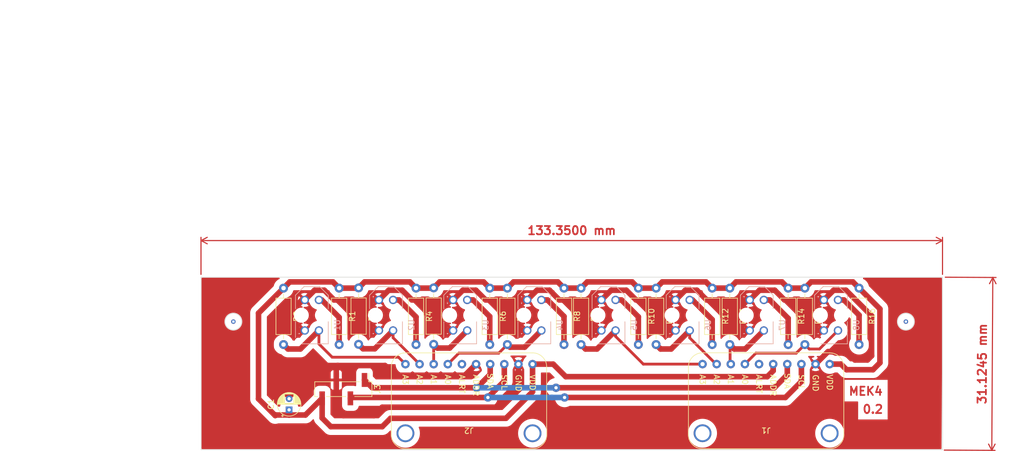
<source format=kicad_pcb>
(kicad_pcb (version 20221018) (generator pcbnew)

  (general
    (thickness 1.6)
  )

  (paper "A4")
  (layers
    (0 "F.Cu" jumper)
    (31 "B.Cu" signal)
    (32 "B.Adhes" user "B.Adhesive")
    (33 "F.Adhes" user "F.Adhesive")
    (34 "B.Paste" user)
    (35 "F.Paste" user)
    (36 "B.SilkS" user "B.Silkscreen")
    (37 "F.SilkS" user "F.Silkscreen")
    (38 "B.Mask" user)
    (39 "F.Mask" user)
    (40 "Dwgs.User" user "User.Drawings")
    (41 "Cmts.User" user "User.Comments")
    (42 "Eco1.User" user "User.Eco1")
    (43 "Eco2.User" user "User.Eco2")
    (44 "Edge.Cuts" user)
    (45 "Margin" user)
    (46 "B.CrtYd" user "B.Courtyard")
    (47 "F.CrtYd" user "F.Courtyard")
    (48 "B.Fab" user)
    (49 "F.Fab" user)
    (50 "User.1" user)
    (51 "User.2" user)
    (52 "User.3" user)
    (53 "User.4" user)
    (54 "User.5" user)
    (55 "User.6" user)
    (56 "User.7" user)
    (57 "User.8" user)
    (58 "User.9" user)
  )

  (setup
    (stackup
      (layer "F.SilkS" (type "Top Silk Screen"))
      (layer "F.Paste" (type "Top Solder Paste"))
      (layer "F.Mask" (type "Top Solder Mask") (thickness 0.01))
      (layer "F.Cu" (type "copper") (thickness 0.035))
      (layer "dielectric 1" (type "core") (thickness 1.51) (material "FR4") (epsilon_r 4.5) (loss_tangent 0.02))
      (layer "B.Cu" (type "copper") (thickness 0.035))
      (layer "B.Mask" (type "Bottom Solder Mask") (thickness 0.01))
      (layer "B.Paste" (type "Bottom Solder Paste"))
      (layer "B.SilkS" (type "Bottom Silk Screen"))
      (copper_finish "None")
      (dielectric_constraints no)
    )
    (pad_to_mask_clearance 0)
    (pcbplotparams
      (layerselection 0x00010fc_ffffffff)
      (plot_on_all_layers_selection 0x0000000_00000000)
      (disableapertmacros false)
      (usegerberextensions false)
      (usegerberattributes true)
      (usegerberadvancedattributes true)
      (creategerberjobfile true)
      (dashed_line_dash_ratio 12.000000)
      (dashed_line_gap_ratio 3.000000)
      (svgprecision 4)
      (plotframeref false)
      (viasonmask false)
      (mode 1)
      (useauxorigin false)
      (hpglpennumber 1)
      (hpglpenspeed 20)
      (hpglpendiameter 15.000000)
      (dxfpolygonmode true)
      (dxfimperialunits true)
      (dxfusepcbnewfont true)
      (psnegative false)
      (psa4output false)
      (plotreference true)
      (plotvalue true)
      (plotinvisibletext false)
      (sketchpadsonfab false)
      (subtractmaskfromsilk false)
      (outputformat 1)
      (mirror false)
      (drillshape 0)
      (scaleselection 1)
      (outputdirectory "build/")
    )
  )

  (net 0 "")
  (net 1 "/TCRT5000/5V")
  (net 2 "/TCRT5000/GND")
  (net 3 "/TCRT5000/SIG")
  (net 4 "/TCRT5001/SIG")
  (net 5 "/TCRT5002/SIG")
  (net 6 "/TCRT5005/SIG")
  (net 7 "/TCRT5003/SIG")
  (net 8 "/TCRT5004/SIG")
  (net 9 "/TCRT5007/SIG")
  (net 10 "/TCRT5006/SIG")
  (net 11 "Net-(R1-Pad2)")
  (net 12 "Net-(R4-Pad2)")
  (net 13 "Net-(R6-Pad2)")
  (net 14 "Net-(R8-Pad2)")
  (net 15 "Net-(R10-Pad2)")
  (net 16 "Net-(R12-Pad2)")
  (net 17 "Net-(R14-Pad2)")
  (net 18 "Net-(R16-Pad2)")
  (net 19 "Net-(J1-Pin_3)")
  (net 20 "Net-(J1-Pin_4)")
  (net 21 "unconnected-(J1-Pin_6-Pad6)")
  (net 22 "unconnected-(J2-Pin_6-Pad6)")

  (footprint "Connector_PinHeader_2.54mm:PinHeader_1x04_P2.54mm_Vertical_SMD_Pin1Left" (layer "F.Cu") (at 114.75 97.25 -90))

  (footprint "Resistor_THT:R_Axial_DIN0207_L6.3mm_D2.5mm_P10.16mm_Horizontal" (layer "F.Cu") (at 144.25 79.06075 -90))

  (footprint "Resistor_THT:R_Axial_DIN0207_L6.3mm_D2.5mm_P10.16mm_Horizontal" (layer "F.Cu") (at 131 79.02075 -90))

  (footprint "Resistor_THT:R_Axial_DIN0207_L6.3mm_D2.5mm_P10.16mm_Horizontal" (layer "F.Cu") (at 197.75 79.06075 -90))

  (footprint "Resistor_THT:R_Axial_DIN0207_L6.3mm_D2.5mm_P10.16mm_Horizontal" (layer "F.Cu") (at 181.083 79.06075 -90))

  (footprint "Adafruit_ADS1115:Adafruit_ADS1115" (layer "F.Cu") (at 151.32 90.718 180))

  (footprint "Resistor_THT:R_Axial_DIN0207_L6.3mm_D2.5mm_P10.16mm_Horizontal" (layer "F.Cu") (at 154.433 79.06075 -90))

  (footprint "Resistor_THT:R_Axial_DIN0207_L6.3mm_D2.5mm_P10.16mm_Horizontal" (layer "F.Cu") (at 114 79.06075 -90))

  (footprint "Resistor_THT:R_Axial_DIN0207_L6.3mm_D2.5mm_P10.16mm_Horizontal" (layer "F.Cu") (at 167.808 79.06075 -90))

  (footprint "Resistor_THT:R_Axial_DIN0207_L6.3mm_D2.5mm_P10.16mm_Horizontal" (layer "F.Cu") (at 171 79.06075 -90))

  (footprint "Adafruit_ADS1115:Adafruit_ADS1115" (layer "F.Cu") (at 204.75 90.709 180))

  (footprint "Resistor_THT:R_Axial_DIN0207_L6.3mm_D2.5mm_P10.16mm_Horizontal" (layer "F.Cu") (at 184.25 79.06075 -90))

  (footprint "Resistor_THT:R_Axial_DIN0207_L6.3mm_D2.5mm_P10.16mm_Horizontal" (layer "F.Cu") (at 141.083 79.06075 -90))

  (footprint "Resistor_THT:R_Axial_DIN0207_L6.3mm_D2.5mm_P10.16mm_Horizontal" (layer "F.Cu") (at 104 79.06075 -90))

  (footprint "Resistor_THT:R_Axial_DIN0207_L6.3mm_D2.5mm_P10.16mm_Horizontal" (layer "F.Cu") (at 207.5 79.06075 -90))

  (footprint "Resistor_THT:R_Axial_DIN0207_L6.3mm_D2.5mm_P10.16mm_Horizontal" (layer "F.Cu") (at 157.5 79.06075 -90))

  (footprint "Resistor_THT:R_Axial_DIN0207_L6.3mm_D2.5mm_P10.16mm_Horizontal" (layer "F.Cu") (at 117.5 79.02075 -90))

  (footprint "Capacitor_THT:CP_Radial_D4.0mm_P2.00mm" (layer "F.Cu") (at 105 100.9726 90))

  (footprint "Resistor_THT:R_Axial_DIN0207_L6.3mm_D2.5mm_P10.16mm_Horizontal" (layer "F.Cu") (at 127.825 79.06075 -90))

  (footprint "Resistor_THT:R_Axial_DIN0207_L6.3mm_D2.5mm_P10.16mm_Horizontal" (layer "F.Cu") (at 194.75 79.06075 -90))

  (footprint "library:OPTO_TCRT5000" (layer "B.Cu") (at 175.768 83.93925 90))

  (footprint "library:OPTO_TCRT5000" (layer "B.Cu") (at 135.763 83.93925 90))

  (footprint "library:OPTO_TCRT5000" (layer "B.Cu") (at 202.438 83.93925 90))

  (footprint "library:OPTO_TCRT5000" (layer "B.Cu") (at 162.438 83.93925 90))

  (footprint "library:OPTO_TCRT5000" (layer "B.Cu") (at 122.428 83.93925 90))

  (footprint "library:OPTO_TCRT5000" (layer "B.Cu") (at 109.093 83.93925 90))

  (footprint "library:OPTO_TCRT5000" (layer "B.Cu") (at 149.098 83.93925 90))

  (footprint "library:OPTO_TCRT5000" (layer "B.Cu") (at 189.103 83.93925 90))

  (gr_rect (start 89.154 77.0915) (end 222.504 108.1505)
    (stroke (width 0.1) (type default)) (fill none) (layer "Edge.Cuts") (tstamp 4bfc57bc-9bdb-478f-896c-727d1b4f268b))
  (gr_circle (center 215.918578 85.0925) (end 217.418578 85.0925)
    (stroke (width 0.1) (type default)) (fill none) (layer "Edge.Cuts") (tstamp a8c15b4d-737a-4631-9d84-c411a491e2ea))
  (gr_circle (center 94.977422 85.0925) (end 96.477422 85.0925)
    (stroke (width 0.1) (type default)) (fill none) (layer "Edge.Cuts") (tstamp e4e3cb3b-61c7-41a7-a86a-b014c8340a20))
  (gr_text "MEK4" (at 205.5 98.5) (layer "F.Cu") (tstamp a6208ebe-0c13-488f-9156-4e9a9967b317)
    (effects (font (size 1.5 1.5) (thickness 0.3) bold) (justify left bottom))
  )
  (gr_text "0.2" (at 208 101.75) (layer "F.Cu") (tstamp c44032f2-d303-4387-a042-447f0c55ba5c)
    (effects (font (size 1.5 1.5) (thickness 0.3) bold) (justify left bottom))
  )
  (dimension (type aligned) (layer "F.Cu") (tstamp 4df319e1-4013-4903-b13b-47369f30cf76)
    (pts (xy 89.154 77.0915) (xy 222.504 77.0915))
    (height -6.5915)
    (gr_text "133.3500 mm" (at 155.829 68.7) (layer "F.Cu") (tstamp 4df319e1-4013-4903-b13b-47369f30cf76)
      (effects (font (size 1.5 1.5) (thickness 0.3)))
    )
    (format (prefix "") (suffix "") (units 3) (units_format 1) (precision 4))
    (style (thickness 0.2) (arrow_length 1.27) (text_position_mode 0) (extension_height 0.58642) (extension_offset 0.5) keep_text_aligned)
  )
  (dimension (type aligned) (layer "F.Cu") (tstamp c2051569-e20f-48c1-814b-f7cfeab51d6c)
    (pts (xy 222.504 77.0915) (xy 222.324 108.2155))
    (height -9.042998)
    (gr_text "31.1245 mm" (at 229.656877 92.695388 89.66864396) (layer "F.Cu") (tstamp c2051569-e20f-48c1-814b-f7cfeab51d6c)
      (effects (font (size 1.5 1.5) (thickness 0.3)))
    )
    (format (prefix "") (suffix "") (units 3) (units_format 1) (precision 4))
    (style (thickness 0.2) (arrow_length 1.27) (text_position_mode 0) (extension_height 0.58642) (extension_offset 0.5) keep_text_aligned)
  )
  (dimension (type aligned) (layer "Eco1.User") (tstamp 1d7a71ca-524b-48c1-b4cc-55103cf6c547)
    (pts (xy 113.03 41.91) (xy 126.37 41.91))
    (height -12.7)
    (gr_text "13.3400 mm" (at 119.7 28.06) (layer "Eco1.User") (tstamp 1d7a71ca-524b-48c1-b4cc-55103cf6c547)
      (effects (font (size 1 1) (thickness 0.15)))
    )
    (format (prefix "") (suffix "") (units 3) (units_format 1) (precision 4))
    (style (thickness 0.15) (arrow_length 1.27) (text_position_mode 0) (extension_height 0.58642) (extension_offset 0.5) keep_text_aligned)
  )
  (dimension (type aligned) (layer "Eco1.User") (tstamp 3dca6001-5454-44c0-8073-acefa7d3686f)
    (pts (xy 166.37 42.12) (xy 186.436 42.164))
    (height -12.912533)
    (gr_text "20.0660 mm" (at 176.433836 28.079501 359.8743641) (layer "Eco1.User") (tstamp 3dca6001-5454-44c0-8073-acefa7d3686f)
      (effects (font (size 1 1) (thickness 0.15)))
    )
    (format (prefix "") (suffix "") (units 3) (units_format 1) (precision 4))
    (style (thickness 0.1) (arrow_length 1.27) (text_position_mode 0) (extension_height 0.58642) (extension_offset 0.5) keep_text_aligned)
  )
  (dimension (type aligned) (layer "Eco1.User") (tstamp 42b1d5fe-1391-4883-a709-2f35c7a8d80c)
    (pts (xy 99.69 41.91) (xy 113.03 41.91))
    (height -12.7)
    (gr_text "13.3400 mm" (at 106.36 28.06) (layer "Eco1.User") (tstamp 42b1d5fe-1391-4883-a709-2f35c7a8d80c)
      (effects (font (size 1 1) (thickness 0.15)))
    )
    (format (prefix "") (suffix "") (units 3) (units_format 1) (precision 4))
    (style (thickness 0.15) (arrow_length 1.27) (text_position_mode 0) (extension_height 0.58642) (extension_offset 0.5) keep_text_aligned)
  )
  (dimension (type aligned) (layer "Eco1.User") (tstamp 69139cd4-355c-47ec-b13a-81da4c676555)
    (pts (xy 153.035 41.91) (xy 166.375 41.91))
    (height -12.7)
    (gr_text "13.3400 mm" (at 159.705 28.06) (layer "Eco1.User") (tstamp 69139cd4-355c-47ec-b13a-81da4c676555)
      (effects (font (size 1 1) (thickness 0.15)))
    )
    (format (prefix "") (suffix "") (units 3) (units_format 1) (precision 4))
    (style (thickness 0.15) (arrow_length 1.27) (text_position_mode 0) (extension_height 0.58642) (extension_offset 0.5) keep_text_aligned)
  )
  (dimension (type aligned) (layer "Eco1.User") (tstamp 8f17c73f-5ee5-49a9-89cf-2db5434ba282)
    (pts (xy 86.35 41.91) (xy 99.69 41.91))
    (height -12.7)
    (gr_text "13.3400 mm" (at 93.02 28.06) (layer "Eco1.User") (tstamp 8f17c73f-5ee5-49a9-89cf-2db5434ba282)
      (effects (font (size 1 1) (thickness 0.15)))
    )
    (format (prefix "") (suffix "") (units 3) (units_format 1) (precision 4))
    (style (thickness 0.15) (arrow_length 1.27) (text_position_mode 0) (extension_height 0.58642) (extension_offset 0.5) keep_text_aligned)
  )
  (dimension (type aligned) (layer "Eco1.User") (tstamp b409ed3b-fd04-4d49-a634-ab2839a09719)
    (pts (xy 73.025 41.91) (xy 86.365 41.91))
    (height -12.7)
    (gr_text "13.3400 mm" (at 79.695 28.06) (layer "Eco1.User") (tstamp b409ed3b-fd04-4d49-a634-ab2839a09719)
      (effects (font (size 1 1) (thickness 0.15)))
    )
    (format (prefix "") (suffix "") (units 3) (units_format 1) (precision 4))
    (style (thickness 0.15) (arrow_length 1.27) (text_position_mode 0) (extension_height 0.58642) (extension_offset 0.5) keep_text_aligned)
  )
  (dimension (type aligned) (layer "Eco1.User") (tstamp c0499129-7107-4a7b-956a-63695e2da215)
    (pts (xy 139.695 41.91) (xy 153.035 41.91))
    (height -12.7)
    (gr_text "13.3400 mm" (at 146.365 28.06) (layer "Eco1.User") (tstamp c0499129-7107-4a7b-956a-63695e2da215)
      (effects (font (size 1 1) (thickness 0.15)))
    )
    (format (prefix "") (suffix "") (units 3) (units_format 1) (precision 4))
    (style (thickness 0.15) (arrow_length 1.27) (text_position_mode 0) (extension_height 0.58642) (extension_offset 0.5) keep_text_aligned)
  )
  (dimension (type aligned) (layer "Eco1.User") (tstamp c5e9ee5c-f1bd-40ff-b7f8-a4ec16fdc323)
    (pts (xy 53.057686 42.078502) (xy 73.123686 42.122502))
    (height -12.912533)
    (gr_text "20.0660 mm" (at 63.121522 28.038003 359.8743641) (layer "Eco1.User") (tstamp c5e9ee5c-f1bd-40ff-b7f8-a4ec16fdc323)
      (effects (font (size 1 1) (thickness 0.15)))
    )
    (format (prefix "") (suffix "") (units 3) (units_format 1) (precision 4))
    (style (thickness 0.1) (arrow_length 1.27) (text_position_mode 0) (extension_height 0.58642) (extension_offset 0.5) keep_text_aligned)
  )
  (dimension (type aligned) (layer "Eco1.User") (tstamp e347b762-01c9-4764-aba3-b2c8028b712e)
    (pts (xy 126.36 41.91) (xy 139.7 41.91))
    (height -12.7)
    (gr_text "13.3400 mm" (at 133.03 28.06) (layer "Eco1.User") (tstamp e347b762-01c9-4764-aba3-b2c8028b712e)
      (effects (font (size 1 1) (thickness 0.15)))
    )
    (format (prefix "") (suffix "") (units 3) (units_format 1) (precision 4))
    (style (thickness 0.15) (arrow_length 1.27) (text_position_mode 0) (extension_height 0.58642) (extension_offset 0.5) keep_text_aligned)
  )

  (via (at 215.918578 85.0925) (size 0.8) (drill 0.4) (layers "F.Cu" "B.Cu") (net 0) (tstamp 071add24-7a52-46ba-9463-d4dd3b2b8c13))
  (via (at 94.977422 85.0925) (size 0.8) (drill 0.4) (layers "F.Cu" "B.Cu") (net 0) (tstamp 69ecb315-90e2-4cb5-8cd2-a500ee034f15))
  (segment (start 202.21 92.741) (end 202.21 92.866) (width 1) (layer "F.Cu") (net 1) (tstamp 0689faf1-a58e-4146-a73b-44cdea2fd623))
  (segment (start 185.3715 77.93925) (end 193.6285 77.93925) (width 1) (layer "F.Cu") (net 1) (tstamp 06b7071a-c00d-4d9a-9eeb-6241678f8c90))
  (segment (start 179.9615 77.93925) (end 181.083 79.06075) (width 1) (layer "F.Cu") (net 1) (tstamp 07f06107-59e1-4aca-a834-d147f14ec6ad))
  (segment (start 204.241 92.741) (end 205.25 93.75) (width 1) (layer "F.Cu") (net 1) (tstamp 0cb19a51-bc5b-41a4-9891-85cb7b95efa5))
  (segment (start 99.5 99) (end 102.5 102) (width 1) (layer "F.Cu") (net 1) (tstamp 144133e5-e692-43d9-805d-aba70a86e468))
  (segment (start 152.5 92.75) (end 148.78 92.75) (width 1) (layer "F.Cu") (net 1) (tstamp 15fb4094-6c98-407e-b249-d7f9060b08fd))
  (segment (start 127.825 79.06075) (end 130.96 79.06075) (width 1) (layer "F.Cu") (net 1) (tstamp 1d1c4206-b196-4127-8822-3a7fd6791307))
  (segment (start 145.3715 77.93925) (end 153.3115 77.93925) (width 1) (layer "F.Cu") (net 1) (tstamp 1ffff32f-548d-4d2e-a247-c5623a231794))
  (segment (start 144.25 79.06075) (end 145.3715 77.93925) (width 1) (layer "F.Cu") (net 1) (tstamp 202556a2-de4b-4e73-8496-68b379ce9140))
  (segment (start 158.6215 77.93925) (end 166.6865 77.93925) (width 1) (layer "F.Cu") (net 1) (tstamp 2250056c-3659-4103-a037-0aeefa9044fd))
  (segment (start 114 79.06075) (end 117.46 79.06075) (width 1) (layer "F.Cu") (net 1) (tstamp 25dfadb2-6f5c-4972-8cbb-17f3c6ee2f60))
  (segment (start 210 93.75) (end 211.25 92.5) (width 1) (layer "F.Cu") (net 1) (tstamp 372ebfac-e28a-4196-8487-0780d81b787b))
  (segment (start 121.75 104) (end 112.5 104) (width 1) (layer "F.Cu") (net 1) (tstamp 37f38b06-b31d-4331-b702-fdc6af7aa02e))
  (segment (start 105 100.9726) (end 105 101.905) (width 1) (layer "F.Cu") (net 1) (tstamp 454cb20c-89b8-4488-922a-c0c1611b443f))
  (segment (start 112.5 104) (end 110.94 102.44) (width 1) (layer "F.Cu") (net 1) (tstamp 4a1fc216-3ab6-47ce-a364-36a972c55c00))
  (segment (start 102.595 101.905) (end 105 101.905) (width 1) (layer "F.Cu") (net 1) (tstamp 4ce268c7-8e2f-41f6-936b-0c3ddedab413))
  (segment (start 211.25 92.5) (end 211.25 82.81075) (width 1) (layer "F.Cu") (net 1) (tstamp 4fa1866d-a1e0-4234-baf9-d5af6a8952c4))
  (segment (start 107.94 101.905) (end 110.94 98.905) (width 1) (layer "F.Cu") (net 1) (tstamp 54ed7c59-2df2-43a2-9ea8-4280a94f2c67))
  (segment (start 211.25 82.81075) (end 207.5 79.06075) (width 1) (layer "F.Cu") (net 1) (tstamp 55faa736-f7e2-42d8-83ba-967e67bd2d99))
  (segment (start 104 79.06075) (end 99.5 83.56075) (width 1) (layer "F.Cu") (net 1) (tstamp 67603ea5-010e-4ee0-8559-f63f0e273528))
  (segment (start 99.5 83.56075) (end 99.5 99) (width 1) (layer "F.Cu") (net 1) (tstamp 681e9393-808d-46c6-999e-ef2083b77d7d))
  (segment (start 105 101.905) (end 107.94 101.905) (width 1) (layer "F.Cu") (net 1) (tstamp 6839725b-d341-4b68-9731-2c57e7fdeeb5))
  (segment (start 104 79.06075) (end 105.1215 77.93925) (width 1) (layer "F.Cu") (net 1) (tstamp 6e94d26f-250c-431c-b4ee-2caead7f4492))
  (segment (start 123.25 102.5) (end 121.75 104) (width 1) (layer "F.Cu") (net 1) (tstamp 7312aeb6-999f-4e7f-a8f6-b9913e4b3c09))
  (segment (start 167.808 79.06075) (end 171 79.06075) (width 1) (layer "F.Cu") (net 1) (tstamp 74b6cd57-e4b4-4d96-a1d6-ddd3abd57982))
  (segment (start 202.21 92.741) (end 204.241 92.741) (width 1) (layer "F.Cu") (net 1) (tstamp 780090f8-4e21-4bb2-b13d-42f5ae739483))
  (segment (start 139.9615 77.93925) (end 141.083 79.06075) (width 1) (layer "F.Cu") (net 1) (tstamp 8043b3fb-2271-4f8b-8475-542a38de0613))
  (segment (start 197.75 79.06075) (end 198.8715 77.93925) (width 1) (layer "F.Cu") (net 1) (tstamp 84e812aa-aad7-461a-98d0-f3597646af6e))
  (segment (start 166.6865 77.93925) (end 167.808 79.06075) (width 1) (layer "F.Cu") (net 1) (tstamp 858b1279-84e5-45e0-89bf-2cdadc974998))
  (segment (start 117.46 79.06075) (end 117.5 79.02075) (width 1) (layer "F.Cu") (net 1) (tstamp 862d7618-3e97-4741-aa65-f0bf82952897))
  (segment (start 192.05 92.741) (end 192.05 93.95) (width 1) (layer "F.Cu") (net 1) (tstamp 8e759367-e7a0-4e09-81d3-23ff14482c82))
  (segment (start 126.7035 77.93925) (end 127.825 79.06075) (width 1) (layer "F.Cu") (net 1) (tstamp 8fc3843b-7b43-4893-96cb-4cabe1dac3ee))
  (segment (start 198.8715 77.93925) (end 206.3785 77.93925) (width 1) (layer "F.Cu") (net 1) (tstamp 921e2984-45ed-44ff-a3c3-b5bd609b4519))
  (segment (start 102.5 102) (end 102.595 101.905) (width 1) (layer "F.Cu") (net 1) (tstamp 9270cb47-2c12-46e3-bfad-69dd8c181998))
  (segment (start 206.3785 77.93925) (end 207.5 79.06075) (width 1) (layer "F.Cu") (net 1) (tstamp 950d0329-5f0d-4769-aa3e-15335228a4ab))
  (segment (start 171 79.06075) (end 172.1215 77.93925) (width 1) (layer "F.Cu") (net 1) (tstamp 95e481a1-a366-4915-a761-1e89f85fa2e2))
  (segment (start 172.1215 77.93925) (end 179.9615 77.93925) (width 1) (layer "F.Cu") (net 1) (tstamp 9aa5f6ef-2d16-4b7f-9d56-a0f8374a9f61))
  (segment (start 141.083 79.06075) (end 144.25 79.06075) (width 1) (layer "F.Cu") (net 1) (tstamp a13dc2a0-16aa-4f68-9843-0e27276ca2e7))
  (segment (start 118.5815 77.93925) (end 126.7035 77.93925) (width 1) (layer "F.Cu") (net 1) (tstamp a9ab37d3-bea0-4163-a270-864a60a760f2))
  (segment (start 157.5 79.06075) (end 158.6215 77.93925) (width 1) (layer "F.Cu") (net 1) (tstamp ac33b87b-5f31-47df-a411-9cafe026ba77))
  (segment (start 132.0815 77.93925) (end 139.9615 77.93925) (width 1) (layer "F.Cu") (net 1) (tstamp b0466e87-b561-40b9-80e9-f0e5e183ea19))
  (segment (start 110.94 102.44) (end 110.94 98.905) (width 1) (layer "F.Cu") (net 1) (tstamp b292d998-b2c4-464f-b267-4a494dcfb024))
  (segment (start 148.78 97.72) (end 144 102.5) (width 1) (layer "F.Cu") (net 1) (tstamp b66f5412-8016-47bc-aae2-092f82aa437a))
  (segment (start 148.78 92.75) (end 148.78 97.72) (width 1) (layer "F.Cu") (net 1) (tstamp b6c7843a-b61c-4043-ab35-a41e425d183c))
  (segment (start 205.25 93.75) (end 210 93.75) (width 1) (layer "F.Cu") (net 1) (tstamp b82e5acf-3f05-492c-9396-77b9760abeda))
  (segment (start 193.6285 77.93925) (end 194.75 79.06075) (width 1) (layer "F.Cu") (net 1) (tstamp be405af6-e852-4ee7-9af2-de5cfdae0459))
  (segment (start 130.96 79.06075) (end 131 79.02075) (width 1) (layer "F.Cu") (net 1) (tstamp c5934109-d1f2-4d86-9d9a-c01c222f20ae))
  (segment (start 117.5 79.02075) (end 118.5815 77.93925) (width 1) (layer "F.Cu") (net 1) (tstamp c5eedfef-c8ac-4c71-ac51-d2392f7f905c))
  (segment (start 184.25 79.06075) (end 185.3715 77.93925) (width 1) (layer "F.Cu") (net 1) (tstamp c7175afe-9c41-48e2-a4d1-ea276f662c25))
  (segment (start 131 79.02075) (end 132.0815 77.93925) (width 1) (layer "F.Cu") (net 1) (tstamp d92b1e99-e09a-48d1-90b7-f177c523fc6e))
  (segment (start 105.1215 77.93925) (end 112.8785 77.93925) (width 1) (layer "F.Cu") (net 1) (tstamp dbaef998-962f-462c-ad57-45e90bd612ca))
  (segment (start 153.3115 77.93925) (end 154.433 79.06075) (width 1) (layer "F.Cu") (net 1) (tstamp e685558e-58e0-476b-a584-3fda14de18c6))
  (segment (start 194.75 79.06075) (end 197.75 79.06075) (width 1) (layer "F.Cu") (net 1) (tstamp e9359fc0-78f5-45e2-ae8f-f6dec76cb12a))
  (segment (start 191 95) (end 154.75 95) (width 1) (layer "F.Cu") (net 1) (tstamp e95c5a20-65f7-4757-8d9f-f91bdaceb6de))
  (segment (start 192.05 93.95) (end 191 95) (width 1) (layer "F.Cu") (net 1) (tstamp edd09b4f-d2eb-4b0a-982c-85c4b1baacbd))
  (segment (start 154.433 79.06075) (end 157.5 79.06075) (width 1) (layer "F.Cu") (net 1) (tstamp ef02ea4f-4ad9-4175-9b15-ff4367c44d8e))
  (segment (start 181.083 79.06075) (end 184.25 79.06075) (width 1) (layer "F.Cu") (net 1) (tstamp f183a313-a5df-440f-ae93-dd21438d8345))
  (segment (start 154.75 95) (end 152.5 92.75) (width 1) (layer "F.Cu") (net 1) (tstamp f342c59f-8b26-401e-8301-d58af5d196ca))
  (segment (start 144 102.5) (end 123.25 102.5) (width 1) (layer "F.Cu") (net 1) (tstamp f449222a-d803-457a-bcd5-65aca2ebcadc))
  (segment (start 112.8785 77.93925) (end 114 79.06075) (width 1) (layer "F.Cu") (net 1) (tstamp f4bab6ef-7cee-4c9a-a46d-06053b7f9382))
  (segment (start 151.8385 79.43925) (end 153.5885 81.18925) (width 1) (layer "F.Cu") (net 2) (tstamp 0108af22-5dfb-464d-a293-a76739d01b58))
  (segment (start 122.25 93) (end 124 94.75) (width 1) (layer "F.Cu") (net 2) (tstamp 01569e33-b792-40f3-b195-dd6c6fa809a5))
  (segment (start 101.75 91.5) (end 103.25 93) (width 1) (layer "F.Cu") (net 2) (tstamp 06826a88-6eb6-45aa-a485-f1b5184a4500))
  (segment (start 167.390915 81.18925) (end 173.75 81.18925) (width 1) (layer "F.Cu") (net 2) (tstamp 07ee9332-673c-4e10-ab01-26e9f4207992))
  (segment (start 105.343 84.60075) (end 103 84.60075) (width 1) (layer "F.Cu") (net 2) (tstamp 08861073-ec25-4a5d-a894-8a57c050a257))
  (segment (start 133 81.18925) (end 134.493 81.18925) (width 1) (layer "F.Cu") (net 2) (tstamp 0a95ad36-dbf7-49fe-b0fb-b4cf95deaeec))
  (segment (start 105.343 84.60075) (end 105.343 83.172955) (width 1) (layer "F.Cu") (net 2) (tstamp 0d8e0196-046a-485e-9116-a4a124b44740))
  (segment (start 138.5885 79.43925) (end 140.3385 81.18925) (width 1) (layer "F.Cu") (net 2) (tstamp 0f7ce959-2d28-4102-bc5e-c89e2aada37c))
  (segment (start 165.640915 79.43925) (end 167.390915 81.18925) (width 1) (layer "F.Cu") (net 2) (tstamp 1187d893-65ac-4fc6-99e5-3d1efe6e1a8d))
  (segment (start 178.3385 79.43925) (end 180.0885 81.18925) (width 1) (layer "F.Cu") (net 2) (tstamp 11c866ce-2991-4929-90c0-3968fed47024))
  (segment (start 107.326705 81.18925) (end 107.823 81.18925) (width 1) (layer "F.Cu") (net 2) (tstamp 1352bba3-727c-4e2a-8a6f-ac7e42e0da55))
  (segment (start 172.018 82.92125) (end 173.75 81.18925) (width 1) (layer "F.Cu") (net 2) (tstamp 16d007ef-ff13-46bc-8c0f-f51e6f9425b1))
  (segment (start 205.25 90.5) (end 201.911 90.5) (width 1) (layer "F.Cu") (net 2) (tstamp 16f6d60e-86a3-4524-9326-d25463b5bfaf))
  (segment (start 160.10734 81.18925) (end 161.168 81.18925) (width 1) (layer "F.Cu") (net 2) (tstamp 1f19fa0b-ea4b-4eca-936e-fd15d94b3826))
  (segment (start 107.823 81.18925) (end 109.573 79.43925) (width 1) (layer "F.Cu") (net 2) (tstamp 1f449e0d-1293-4324-a503-50116e21c1e1))
  (segment (start 134.493 81.18925) (end 136.243 79.43925) (width 1) (layer "F.Cu") (net 2) (tstamp 2675a307-a675-4a3e-9a89-a07bc90df8c9))
  (segment (start 185.353 83.08625) (end 187.25 81.18925) (width 1) (layer "F.Cu") (net 2) (tstamp 2c555abc-693c-40e7-8d9f-b5b88075aa7b))
  (segment (start 142.75 100.5) (end 121.75 100.5) (width 1) (layer "F.Cu") (net 2) (tstamp 2e9a1b76-1024-4a3c-a68d-8300835adb33))
  (segment (start 173.75 81.18925) (end 174.498 81.18925) (width 1) (layer "F.Cu") (net 2) (tstamp 3077bf34-af9b-43ae-a6af-8dd8450a4786))
  (segment (start 136.243 79.43925) (end 138.5885 79.43925) (width 1) (layer "F.Cu") (net 2) (tstamp 32c5c396-04ea-409b-86ce-b3e55b29d725))
  (segment (start 118.5 85.09191) (end 118.5 82.78659) (width 1) (layer "F.Cu") (net 2) (tstamp 35ddecce-3721-425a-a33e-8f8fb46c68c5))
  (segment (start 172.018 85.26991) (end 172.018 82.92125) (width 1) (layer "F.Cu") (net 2) (tstamp 370dcc50-064a-46f1-98e8-4b866ddc1c54))
  (segment (start 111.3385 79.43925) (end 113.0885 81.18925) (width 1) (layer "F.Cu") (net 2) (tstamp 38afe894-c735-469f-871b-dfe020c55413))
  (segment (start 158.25 84.83191) (end 158.25 83.04659) (width 1) (layer "F.Cu") (net 2) (tstamp 3abf41a0-d8d0-46d1-97e5-33d645eadcd6))
  (segment (start 187.833 86.68925) (end 186.77234 86.68925) (width 1) (layer "F.Cu") (net 2) (tstamp 3b453d7d-42a7-4497-8246-ef64edf02ab9))
  (segment (start 136.62 94.75) (end 138.62 92.75) (width 1) (layer "F.Cu") (net 2) (tstamp 3d9eadf1-90c2-4c8b-9a23-00a1533c2b90))
  (segment (start 132.013 82.17625) (end 133 81.18925) (width 1) (layer "F.Cu") (net 2) (tstamp 3f2a702b-0b46-4eb1-9c5d-359b9d143151))
  (segment (start 200.10734 81.18925) (end 201.168 81.18925) (width 1) (layer "F.Cu") (net 2) (tstamp 3fdba7ae-4886-4b1b-8b74-6416b27d70a0))
  (segment (start 105.343 85.26991) (end 105.343 84.60075) (width 1) (layer "F.Cu") (net 2) (tstamp 42c681ed-922b-4b1b-919d-52f7db750f30))
  (segment (start 146.25 81.18925) (end 147.828 81.18925) (width 1) (layer "F.Cu") (net 2) (tstamp 474ec8e0-a075-4cd9-af42-7224fd658648))
  (segment (start 127.0885 81.18925) (end 134.493 81.18925) (width 1) (layer "F.Cu") (net 2) (tstamp 4884c4e5-c833-4a3c-a46f-74ef3ff33926))
  (segment (start 180.0885 81.18925) (end 187.833 81.18925) (width 1) (layer "F.Cu") (net 2) (tstamp 4c1a235b-4533-4af0-857a-9933418e0597))
  (segment (start 200.10734 86.68925) (end 198.25 84.83191) (width 1) (layer "F.Cu") (net 2) (tstamp 4dc1435a-9410-4178-9c6e-0cf9b803e7b1))
  (segment (start 125.3385 79.43925) (end 127.0885 81.18925) (width 1) (layer "F.Cu") (net 2) (tstamp 4dc1a79f-b6ec-4236-94c4-5f13d3a3a6a9))
  (segment (start 160.10734 86.68925) (end 158.25 84.83191) (width 1) (layer "F.Cu") (net 2) (tstamp 527f7fd4-691b-48f0-bbf2-899289aac239))
  (segment (start 107.823 86.68925) (end 106.76234 86.68925) (width 1) (layer "F.Cu") (net 2) (tstamp 53008205-79d4-4200-b725-aa4c17e4343d))
  (segment (start 201.168 86.68925) (end 200.10734 86.68925) (width 1) (layer "F.Cu") (net 2) (tstamp 590d9dfd-7cbe-4f32-98d4-0cb1eff7f200))
  (segment (start 187.833 81.18925) (end 189.583 79.43925) (width 1) (layer "F.Cu") (net 2) (tstamp 5a103878-c7f9-46dc-8f69-6960bc311172))
  (segment (start 209.75 84.04927) (end 209.75 91.25) (width 1) (layer "F.Cu") (net 2) (tstamp 5cac1d95-aa13-441c-baf6-f960a65eafa4))
  (segment (start 201.911 90.5) (end 199.67 92.741) (width 1) (layer "F.Cu") (net 2) (tstamp 5effc3ad-f701-4ef0-aa70-95e2a4b60ab3))
  (segment (start 113.0885 81.18925) (end 121.158 81.18925) (width 1) (layer "F.Cu") (net 2) (tstamp 5f599a03-1392-4405-8510-d0909365e73a))
  (segment (start 120.25 102) (end 114.75 102) (width 1) (layer "F.Cu") (net 2) (tstamp 60bbd684-e64d-44a4-86ec-91a8a3604707))
  (segment (start 134.493 86.68925) (end 133.43234 86.68925) (width 1) (layer "F.Cu") (net 2) (tstamp 64450f63-9e2f-4b18-b7a6-4ebc5a4dc622))
  (segment (start 153.5885 81.18925) (end 161.168 81.18925) (width 1) (layer "F.Cu") (net 2) (tstamp 66b8b35a-7da0-463e-aa7b-ccc50b509c91))
  (segment (start 147.828 81.18925) (end 149.578 79.43925) (width 1) (layer "F.Cu") (net 2) (tstamp 6838e259-9812-4550-8f49-8a7cacb8caa6))
  (segment (start 121.158 86.68925) (end 120.09734 86.68925) (width 1) (layer "F.Cu") (net 2) (tstamp 6a987e6b-4939-48ab-a5c0-c93bf85ec3e8))
  (segment (start 161.168 81.18925) (end 162.918 79.43925) (width 1) (layer "F.Cu") (net 2) (tstamp 7098c3de-9255-43c4-a296-ac802efdb210))
  (segment (start 101.75 85.85075) (end 101.75 91.5) (width 1) (layer "F.Cu") (net 2) (tstamp 74eab4c2-fa54-4ee0-8cbc-d0948b3acceb))
  (segment (start 206.75 92) (end 205.25 90.5) (width 1) (layer "F.Cu") (net 2) (tstamp 7c5ec788-0443-4b33-831e-4e0b451cd08e))
  (segment (start 120.09734 86.68925) (end 118.5 85.09191) (width 1) (layer "F.Cu") (net 2) (tstamp 7cec9c7d-9757-45cb-9be3-d5104e92073f))
  (segment (start 113.48 95.595) (end 113.48 93.27) (width 1) (layer "F.Cu") (net 2) (tstamp 8a84e12e-5c10-4272-b872-af401f8cb9e6))
  (segment (start 149.578 79.43925) (end 151.8385 79.43925) (width 1) (layer "F.Cu") (net 2) (tstamp 8da2980e-8842-44af-b33d-e832e33007c6))
  (segment (start 161.168 86.68925) (end 160.10734 86.68925) (width 1) (layer "F.Cu") (net 2) (tstamp 9442f77d-3038-429b-8e87-64f0ae1ae2e7))
  (segment (start 124 94.75) (end 136.62 94.75) (width 1) (layer "F.Cu") (net 2) (tstamp 966e955b-d725-44fb-8cae-e3341cbba15a))
  (segment (start 176.248 79.43925) (end 178.3385 79.43925) (width 1) (layer "F.Cu") (net 2) (tstamp 97d1e22b-7b07-4cfd-bf2c-795529606469))
  (segment (start 105 94.75) (end 103.25 93) (width 1) (layer "F.Cu") (net 2) (tstamp 9cdb5964-0b86-4924-b0af-2c9d207379d3))
  (segment (start 146.24 92.75) (end 146.24 97.01) (width 1) (layer "F.Cu") (net 2) (tstamp 9e0d92e9-b6d6-4d0b-9a32-eaa760f541ec))
  (segment (start 174.498 86.68925) (end 173.43734 86.68925) (width 1) (layer "F.Cu") (net 2) (tstamp 9e5e81f8-64f8-4a9b-bcd6-03884cd87147))
  (segment (start 201.168 81.18925) (end 202.918 79.43925) (width 1) (layer "F.Cu") (net 2) (tstamp a288135a-5ff5-4007-b238-55f064c48f5f))
  (segment (start 114.75 102) (end 113.48 100.73) (width 1) (layer "F.Cu") (net 2) (tstamp a3233093-375b-4547-984c-ead4455d1f1e))
  (segment (start 109.573 79.43925) (end 111.3385 79.43925) (width 1) (layer "F.Cu") (net 2) (tstamp a748de08-c499-4848-aa8c-070a083e62ca))
  (segment (start 145.348 85.26991) (end 145.348 82.09125) (width 1) (layer "F.Cu") (net 2) (tstamp a982cd28-8339-4e45-bcbe-bdee7db7b2b5))
  (segment (start 185.353 85.26991) (end 185.353 83.08625) (width 1) (layer "F.Cu") (net 2) (tstamp aa761283-bbcf-48da-a0dc-a69adf92d357))
  (segment (start 187.25 81.18925) (end 187.833 81.18925) (width 1) (layer "F.Cu") (net 2) (tstamp ac747e60-b2c6-41b1-9242-109b4991a4af))
  (segment (start 158.25 83.04659) (end 160.10734 81.18925) (width 1) (layer "F.Cu") (net 2) (tstamp ad9dde74-f152-4e53-9c03-4a3cff91e1b2))
  (segment (start 202.918 79.43925) (end 205.13998 79.43925) (width 1) (layer "F.Cu") (net 2) (tstamp b07b4b23-3c0b-4954-a2c0-717e384925be))
  (segment (start 173.43734 86.68925) (end 172.018 85.26991) (width 1) (layer "F.Cu") (net 2) (tstamp b21eab0d-843f-43bd-94d7-8cb69a31a88a))
  (segment (start 113.75 93) (end 122.25 93) (width 1) (layer "F.Cu") (net 2) (tstamp b270b188-8b11-4528-a64c-88b307dd2519))
  (segment (start 105.343 83.172955) (end 107.326705 81.18925) (width 1) (layer "F.Cu") (net 2) (tstamp b6fb8904-cb6d-4856-9ec5-e3907c2ea0e1))
  (segment (start 174.498 81.18925) (end 176.248 79.43925) (width 1) (layer "F.Cu") (net 2) (tstamp b8bb61d3-2bd9-4674-b392-717b70cd2341))
  (segment (start 192.3385 79.43925) (end 194.0885 81.18925) (width 1) (layer "F.Cu") (net 2) (tstamp b95ee1a9-ba42-4ad9-9954-7622e8f0da3e))
  (segment (start 140.3385 81.18925) (end 147.828 81.18925) (width 1) (layer "F.Cu") (net 2) (tstamp bc254c4c-ec77-4c7f-a360-d641c4379c1a))
  (segment (start 120.09734 81.18925) (end 121.158 81.18925) (width 1) (layer "F.Cu") (net 2) (tstamp bc85627c-2773-4bbd-b8f0-08f280956db9))
  (segment (start 106.76234 86.68925) (end 105.343 85.26991) (width 1) (layer "F.Cu") (net 2) (tstamp be3b6f18-ddb5-4c53-92f7-b9459ab400cd))
  (segment (start 122.908 79.43925) (end 125.3385 79.43925) (width 1) (layer "F.Cu") (net 2) (tstamp bf5e6be6-3ae2-476f-ba93-88d60582cc99))
  (segment (start 121.158 81.18925) (end 122.908 79.43925) (width 1) (layer "F.Cu") (net 2) (tstamp c015ff42-c3c1-4272-8802-5d42f1a58114))
  (segment (start 118.5 82.78659) (end 120.09734 81.18925) (width 1) (layer "F.Cu") (net 2) (tstamp c077cd67-37a8-46ab-9729-dbbdb7921bc4))
  (segment (start 198.25 83.04659) (end 200.10734 81.18925) (width 1) (layer "F.Cu") (net 2) (tstamp c3d04348-f41c-4ca5-983c-7cb4c80cb400))
  (segment (start 113.48 93.27) (end 113.75 93) (width 1) (layer "F.Cu") (net 2) (tstamp c61a8873-ef82-473c-9de6-28771b2dd2bc))
  (segment (start 121.75 100.5) (end 120.25 102) (width 1) (layer "F.Cu") (net 2) (tstamp c67895d3-bd75-44f4-98b2-c93771620d44))
  (segment (start 186.77234 86.68925) (end 185.353 85.26991) (width 1) (layer "F.Cu") (net 2) (tstamp cb25f3a7-7db3-4576-98b3-3abcd459a2ca))
  (segment (start 103.25 93) (end 113.75 93) (width 1) (layer "F.Cu") (net 2) (tstamp cd24c40e-e33e-44be-a31a-1d6646a34e5c))
  (segment (start 147.828 86.68925) (end 146.76734 86.68925) (width 1) (layer "F.Cu") (net 2) (tstamp cef5ba11-f2dc-4748-be48-def6eac5ca71))
  (segment (start 209.75 91.25) (end 209 92) (width 1) (layer "F.Cu") (net 2) (tstamp cf56e1c6-4e9e-4d6b-b836-c634d3c4b6ad))
  (segment (start 145.348 82.09125) (end 146.25 81.18925) (width 1) (layer "F.Cu") (net 2) (tstamp cfbd57b6-d171-494f-97cb-e225800663d0))
  (segment (start 103 84.60075) (end 101.75 85.85075) (width 1) (layer "F.Cu") (net 2) (tstamp d1f17a2d-97ea-40ba-b44d-3e79b64b1250))
  (segment (start 132.013 85.26991) (end 132.013 82.17625) (width 1) (layer "F.Cu") (net 2) (tstamp d376b53f-4725-47a4-86ad-5d3855c83826))
  (segment (start 105 98.9726) (end 105 94.75) (width 1) (layer "F.Cu") (net 2) (tstamp d3946e21-3c98-470a-91fd-7a364bc1eab6))
  (segment (start 209 92) (end 206.75 92) (width 1) (layer "F.Cu") (net 2) (tstamp d4b3ae54-97e7-4009-b994-0aa80cb3623e))
  (segment (start 133.43234 86.68925) (end 132.013 85.26991) (width 1) (layer "F.Cu") (net 2) (tstamp d7463717-004e-479a-90e3-bf55e79f2444))
  (segment (start 113.48 100.73) (end 113.48 95.595) (width 1) (layer "F.Cu") (net 2) (tstamp da16de7e-b95f-4f3d-81b9-ff0efe9a1996))
  (segment (start 198.25 84.83191) (end 198.25 83.04659) (width 1) (layer "F.Cu") (net 2) (tstamp dce52e8f-19b2-430f-a0ab-3f99b72ed44d))
  (segment (start 205.13998 79.43925) (end 209.75 84.04927) (width 1) (layer "F.Cu") (net 2) (tstamp dfc87314-53a0-4c79-a4e5-9badcda1acd9))
  (segment (start 146.76734 86.68925) (end 145.348 85.26991) (width 1) (layer "F.Cu") (net 2) (tstamp e7c96082-7ac1-47cd-9ae8-2ea11031980f))
  (segment (start 162.918 79.43925) (end 165.640915 79.43925) (width 1) (layer "F.Cu") (net 2) (tstamp ec014027-19ef-435d-b773-31d190fd2ac4))
  (segment (start 189.583 79.43925) (end 192.3385 79.43925) (width 1) (layer "F.Cu") (net 2) (tstamp f4ff6915-2706-4b41-9aeb-fb1233273f40))
  (segment (start 146.24 97.01) (end 142.75 100.5) (width 1) (layer "F.Cu") (net 2) (tstamp f983d9e7-73ad-405b-9796-6287cdfd5703))
  (segment (start 194.0885 81.18925) (end 201.168 81.18925) (width 1) (layer "F.Cu") (net 2) (tstamp fa79c053-faba-46df-bc09-0c18211d214d))
  (segment (start 107.031501 90.020749) (end 110.363 86.68925) (width 1) (layer "F.Cu") (net 3) (tstamp 19f75a66-8c19-46f8-ac21-14caa3f2058a))
  (segment (start 124.67 91.5) (end 112.75 91.5) (width 0.5) (layer "F.Cu") (net 3) (tstamp 2ff67c15-014b-4d5b-8d31-fa247ff91808))
  (segment (start 112.75 91.5) (end 110.363 89.113) (width 0.5) (layer "F.Cu") (net 3) (tstamp 388c66fd-05ce-44e1-9527-311e29b23dcf))
  (segment (start 104.799999 90.020749) (end 107.031501 90.020749) (width 1) (layer "F.Cu") (net 3) (tstamp 699137b4-d957-4b4e-90ef-2d1b6d7468f0))
  (segment (start 110.363 89.113) (end 110.363 86.68925) (width 0.5) (layer "F.Cu") (net 3) (tstamp a0efa042-35ab-415e-8c74-a502dabf0d55))
  (segment (start 104 89.22075) (end 104.799999 90.020749) (width 1) (layer "F.Cu") (net 3) (tstamp dba07c10-cf1b-4ebc-805b-ffebf5376b00))
  (segment (start 125.92 92.75) (end 124.67 91.5) (width 0.5) (layer "F.Cu") (net 3) (tstamp ef258c2f-38c3-4176-ae4e-bb7aeca131c0))
  (segment (start 120.406501 89.980749) (end 123.698 86.68925) (width 1) (layer "F.Cu") (net 4) (tstamp 079f2a4f-b3cb-41dd-82d7-aa12d5d8d43b))
  (segment (start 117.5 89.18075) (end 118.299999 89.980749) (width 1) (layer "F.Cu") (net 4) (tstamp 34bac0ec-021f-4ca4-a94d-1ca00fc18323))
  (segment (start 123.698 87.988) (end 123.698 86.68925) (width 0.5) (layer "F.Cu") (net 4) (tstamp 805c8b7f-247e-4655-9418-d4b11ccc694d))
  (segment (start 128.46 92.75) (end 123.698 87.988) (width 0.5) (layer "F.Cu") (net 4) (tstamp b8492250-650b-4816-bad6-8086d5da0f66))
  (segment (start 118.299999 89.980749) (end 120.406501 89.980749) (width 1) (layer "F.Cu") (net 4) (tstamp f1aa93f9-92ff-4286-8a67-7e44872a07b4))
  (segment (start 131 92.75) (end 131 89.18075) (width 0.5) (layer "F.Cu") (net 5) (tstamp 950b7e93-7e79-4fb9-8047-5270e97fbcc8))
  (segment (start 133.8715 89.85075) (end 137.033 86.68925) (width 1) (layer "F.Cu") (net 5) (tstamp b5a9270e-8e03-43a0-a91c-08e3c3144462))
  (segment (start 131 89.18075) (end 131.67 89.85075) (width 1) (layer "F.Cu") (net 5) (tstamp b8fe5845-985b-492a-90d2-c64ebab36c59))
  (segment (start 131.67 89.85075) (end 133.8715 89.85075) (width 1) (layer "F.Cu") (net 5) (tstamp cbeef2ef-9c3e-4145-b55c-922119d84750))
  (segment (start 135.51925 90.77075) (end 142.7 90.77075) (width 0.5) (layer "F.Cu") (net 6) (tstamp 43fc07a4-8217-46fb-bc9c-a98a59da1aa6))
  (segment (start 147.368 89.68925) (end 150.368 86.68925) (width 1) (layer "F.Cu") (net 6) (tstamp 70240545-76b5-4a7e-912f-435970b28786))
  (segment (start 144.7185 89.68925) (end 147.368 89.68925) (width 1) (layer "F.Cu") (net 6) (tstamp 9634e11b-1a9c-46f1-9125-efa3fd632862))
  (segment (start 133.54 92.75) (end 135.51925 90.77075) (width 0.5) (layer "F.Cu") (net 6) (tstamp 9635c36b-4fcc-44f8-9145-184d780e5a6d))
  (segment (start 144.25 89.22075) (end 144.7185 89.68925) (width 1) (layer "F.Cu") (net 6) (tstamp 996dd2d9-ab66-4878-9556-95a0099409e0))
  (segment (start 142.7 90.77075) (end 144.25 89.22075) (width 0.5) (layer "F.Cu") (net 6) (tstamp df50301a-dcce-4a92-93eb-e47bf1bb22dc))
  (segment (start 157.5 89.22075) (end 158.299999 90.020749) (width 1) (layer "F.Cu") (net 7) (tstamp 1151ab9d-be66-44ff-87a3-e91358b4163c))
  (segment (start 163.708 87.74991) (end 163.708 86.68925) (width 0.5) (layer "F.Cu") (net 7) (tstamp 3335e7d5-eb71-4bb6-98d2-1fa9a9b15803))
  (segment (start 160.376501 90.020749) (end 163.708 86.68925) (width 1) (layer "F.Cu") (net 7) (tstamp 4ff748db-0374-465e-bed7-d7a374271699))
  (segment (start 168.69909 92.741) (end 163.708 87.74991) (width 0.5) (layer "F.Cu") (net 7) (tstamp 5bc605d7-c56f-4915-9628-3f99bc998dbd))
  (segment (start 158.299999 90.020749) (end 160.376501 90.020749) (width 1) (layer "F.Cu") (net 7) (tstamp 60fdb78a-7d6e-43a4-a233-fdee2c5f417e))
  (segment (start 179.35 92.741) (end 168.69909 92.741) (width 0.5) (layer "F.Cu") (net 7) (tstamp ef746f5f-5c77-43bd-a78f-371980eadc06))
  (segment (start 181.89 92.741) (end 181.765 92.741) (width 0.5) (layer "F.Cu") (net 8) (tstamp 1ba46861-c77d-4795-a676-c293453f1660))
  (segment (start 181.765 92.741) (end 177.038 88.014) (width 0.5) (layer "F.Cu") (net 8) (tstamp 3a1a31c2-cd68-47f3-8d5b-b63ff2b89e30))
  (segment (start 177.038 88.014) (end 177.038 86.68925) (width 0.5) (layer "F.Cu") (net 8) (tstamp 92b444e2-120b-4cc8-8cfa-e71326cae205))
  (segment (start 171.799999 90.020749) (end 173.706501 90.020749) (width 1) (layer "F.Cu") (net 8) (tstamp 9720cfff-3abe-466d-94be-23864b3a5806))
  (segment (start 173.706501 90.020749) (end 177.038 86.68925) (width 1) (layer "F.Cu") (net 8) (tstamp b48ccc45-1162-4eba-a757-1f75530379b0))
  (segment (start 171 89.22075) (end 171.799999 90.020749) (width 1) (layer "F.Cu") (net 8) (tstamp d06aa2d2-1575-4b5c-a0b8-3a08a29a1f1e))
  (segment (start 185.049999 90.020749) (end 187.041501 90.020749) (width 1) (layer "F.Cu") (net 9) (tstamp 0d625d6a-62c9-4b06-bd4d-d4b97dc28a0e))
  (segment (start 187.041501 90.020749) (end 190.373 86.68925) (width 1) (layer "F.Cu") (net 9) (tstamp 4fa5631a-c62d-4f2e-ab82-4ea907e49636))
  (segment (start 184.305 89.27575) (end 184.25 89.22075) (width 0.5) (layer "F.Cu") (net 9) (tstamp 505dfe87-b75c-4d65-886f-8261fe7e6451))
  (segment (start 184.305 92.616) (end 184.305 89.27575) (width 0.5) (layer "F.Cu") (net 9) (tstamp 52659680-5168-4119-8615-f4fe623c2d17))
  (segment (start 184.25 89.22075) (end 185.049999 90.020749) (width 1) (layer "F.Cu") (net 9) (tstamp 5ce6f313-ed69-4fbe-b77b-0e6a5b6aa741))
  (segment (start 184.43 92.741) (end 184.305 92.616) (width 0.5) (layer "F.Cu") (net 9) (tstamp ea3f98d9-e52b-4f38-aa5f-75d065bee26a))
  (segment (start 186.97 92.741) (end 188.94025 90.77075) (width 0.5) (layer "F.Cu") (net 10) (tstamp 2e3624b9-651d-476d-a88e-f676f54f21b7))
  (segment (start 196.2 90.77075) (end 197.75 89.22075) (width 0.5) (layer "F.Cu") (net 10) (tstamp 4a92de74-f32f-45c8-b35e-14f1a8b04e20))
  (segment (start 188.94025 90.77075) (end 196.2 90.77075) (width 0.5) (layer "F.Cu") (net 10) (tstamp 781d4801-a023-42af-b0fa-665b04073c64))
  (segment (start 198.549999 90.020749) (end 200.376501 90.020749) (width 0.5) (layer "F.Cu") (net 10) (tstamp f02f646d-0602-459f-96cc-1820848f2a8b))
  (segment (start 197.75 89.22075) (end 198.549999 90.020749) (width 0.5) (layer "F.Cu") (net 10) (tstamp f0edadca-a763-49d3-a587-adbdc712ee61))
  (segment (start 200.376501 90.020749) (end 203.708 86.68925) (width 0.5) (layer "F.Cu") (net 10) (tstamp f1fccc49-85bd-472a-b961-cc1c9d4e5fea))
  (segment (start 110.859295 81.18925) (end 110.363 81.18925) (width 1) (layer "F.Cu") (net 11) (tstamp 4504cb4f-8dc5-4401-a3a5-fe3ac2c21d6c))
  (segment (start 114 84.329955) (end 110.859295 81.18925) (width 1) (layer "F.Cu") (net 11) (tstamp 4b9ddfeb-45e9-4af8-8000-ae02a68a9567))
  (segment (start 114 89.22075) (end 114 84.329955) (width 1) (layer "F.Cu") (net 11) (tstamp fa8f70d7-cbc8-4b8d-970c-c7a58272ee2d))
  (segment (start 124.75866 81.18925) (end 127.825 84.25559) (width 1) (layer "F.Cu") (net 12) (tstamp 0dea6a35-1efa-4353-a52a-bf9d869320df))
  (segment (start 123.698 81.18925) (end 124.75866 81.18925) (width 1) (layer "F.Cu") (net 12) (tstamp bd763639-86e8-4f7f-a35d-c6276d87041f))
  (segment (start 127.825 84.25559) (end 127.825 89.22075) (width 1) (layer "F.Cu") (net 12) (tstamp dacc379d-88a4-493a-913a-0b5c06e70818))
  (segment (start 141.083 84.17859) (end 141.083 89.22075) (width 1) (layer "F.Cu") (net 13) (tstamp 5059456e-be5f-49b6-bd8a-d6adb38470f8))
  (segment (start 138.09366 81.18925) (end 141.083 84.17859) (width 1) (layer "F.Cu") (net 13) (tstamp e4bcd928-c55a-4c92-8fa7-ba2bb53e4327))
  (segment (start 137.033 81.18925) (end 138.09366 81.18925) (width 1) (layer "F.Cu") (net 13) (tstamp e6c3fa81-42cd-4e73-91de-5d79ac1841e5))
  (segment (start 154.433 84.15507) (end 154.433 89.22075) (width 1) (layer "F.Cu") (net 14) (tstamp 245e7bb4-46f2-4d34-8a70-693c5c86b34d))
  (segment (start 150.368 81.18925) (end 151.46718 81.18925) (width 1) (layer "F.Cu") (net 14) (tstamp 48615076-436d-421e-a5b2-ac9a73ba8002))
  (segment (start 151.46718 81.18925) (end 154.433 84.15507) (width 1) (layer "F.Cu") (net 14) (tstamp cf575918-40bb-4c41-beb4-cd3a697d2b60))
  (segment (start 163.708 81.18925) (end 164.76866 81.18925) (width 1) (layer "F.Cu") (net 15) (tstamp 01095e1f-0824-4a2e-85b8-4bbb72c6d69b))
  (segment (start 164.76866 81.18925) (end 167.808 84.22859) (width 1) (layer "F.Cu") (net 15) (tstamp 94aac85d-d043-46a1-9168-c3a54375f16b))
  (segment (start 167.808 84.22859) (end 167.808 89.22075) (width 1) (layer "F.Cu") (net 15) (tstamp 9e7dc06a-317f-4c89-9475-8e69d3e80fd3))
  (segment (start 177.534295 81.18925) (end 181.083 84.737955) (width 1) (layer "F.Cu") (net 16) (tstamp 9dfa3f02-56f8-4c38-81c5-0b77f70e39df))
  (segment (start 181.083 84.737955) (end 181.083 89.22075) (width 1) (layer "F.Cu") (net 16) (tstamp a10dcaee-188c-4ad3-abc2-e40be78283dc))
  (segment (start 177.038 81.18925) (end 177.534295 81.18925) (width 1) (layer "F.Cu") (net 16) (tstamp f992e6a8-9a15-4182-966d-1ea5eaac0856))
  (segment (start 190.373 81.18925) (end 191.43366 81.18925) (width 1) (layer "F.Cu") (net 17) (tstamp 7ca0539d-36f4-463b-983d-8b569a6ceb0e))
  (segment (start 191.43366 81.18925) (end 194.75 84.50559) (width 1) (layer "F.Cu") (net 17) (tstamp 83acfa4c-356d-4727-8195-60d9aee07c6a))
  (segment (start 194.75 84.50559) (end 194.75 89.22075) (width 1) (layer "F.Cu") (net 17) (tstamp e3b30563-ba26-49f3-8efd-567e12e2fbbf))
  (segment (start 204.76866 81.18925) (end 207.5 83.92059) (width 1) (layer "F.Cu") (net 18) (tstamp 11df1649-da2b-439a-8274-b124f3b6d07c))
  (segment (start 207.5 83.92059) (end 207.5 89.22075) (width 1) (layer "F.Cu") (net 18) (tstamp 88084a11-d529-4cc6-b1fb-bf222034b7bf))
  (segment (start 203.708 81.18925) (end 204.76866 81.18925) (width 1) (layer "F.Cu") (net 18) (tstamp e805e191-ff31-4436-a342-2e62a9557116))
  (segment (start 194.25 98.75) (end 197.13 95.87) (width 1) (layer "F.Cu") (net 19) (tstamp 1aefdefe-6cd0-4640-8091-888abc3d9b46))
  (segment (start 154.53606 98.7495) (end 154.53656 98.75) (width 1) (layer "F.Cu") (net 19) (tstamp 331a89e6-d616-4cda-b03c-da7e0b134e5d))
  (segment (start 197.13 95.87) (end 197.13 92.741) (width 1) (layer "F.Cu") (net 19) (tstamp 4f17d106-1fa6-4bbe-a703-617fc9c40e7e))
  (segment (start 140.75 98.75) (end 116.175 98.75) (width 1) (layer "F.Cu") (net 19) (tstamp 76957098-0d2f-4e5b-841d-d5f3a8c03983))
  (segment (start 154.53656 98.75) (end 194.25 98.75) (width 1) (layer "F.Cu") (net 19) (tstamp a370e014-06e7-4e94-9ef3-a79692fb7085))
  (segment (start 116.175 98.75) (end 116.02 98.905) (width 1) (layer "F.Cu") (net 19) (tstamp e7d1e0bd-5e17-4637-9827-746bb7992397))
  (segment (start 143.7 92.75) (end 143.7 95.8) (width 1) (layer "F.Cu") (net 19) (tstamp eebc78aa-5978-4f60-b11b-3f55f4769db3))
  (segment (start 143.7 95.8) (end 140.75 98.75) (width 1) (layer "F.Cu") (net 19) (tstamp eedd0600-e377-4832-bfda-edbb307573fc))
  (via (at 140.75 98.75) (size 1.5) (drill 0.6) (layers "F.Cu" "B.Cu") (net 19) (tstamp bed6edbf-cab3-4188-a3d1-b97a4cdfc83e))
  (via (at 154.53606 98.7495) (size 1.5) (drill 0.6) (layers "F.Cu" "B.Cu") (net 19) (tstamp ec78d0d8-9a6f-493e-96f5-b3491ee5cc0f))
  (segment (start 152.275126 98.75) (end 140.75 98.75) (width 1) (layer "B.Cu") (net 19) (tstamp 2508a26d-3192-40f0-b7c7-99e2f42751b1))
  (segment (start 154.53606 98.7495) (end 152.275626 98.7495) (width 1) (layer "B.Cu") (net 19) (tstamp 479c86f5-300d-45cd-8056-4dcc3bcfeec2))
  (segment (start 152.275626 98.7495) (end 152.275126 98.75) (width 1) (layer "B.Cu") (net 19) (tstamp 5d41b7c0-5138-46b8-9c67-0898c7c2fd9c))
  (segment (start 153 97) (end 192.25 97) (width 1) (layer "F.Cu") (net 20) (tstamp 17c376d6-5156-4cde-b464-b11bcbcdbcf3))
  (segment (start 138.75 97) (end 119.965 97) (width 1) (layer "F.Cu") (net 20) (tstamp 4300ab48-bb8c-457c-b7f6-0a0f4fe61079))
  (segment (start 192.25 97) (end 194.59 94.66) (width 1) (layer "F.Cu") (net 20) (tstamp 53504ce5-6eac-407c-9ba6-940e197f5e48))
  (segment (start 141.16 94.59) (end 138.75 97) (width 1) (layer "F.Cu") (net 20) (tstamp 5e0ac830-db23-4b64-9c0a-e5c6ce937145))
  (segment (start 194.59 94.66) (end 194.59 92.741) (width 1) (layer "F.Cu") (net 20) (tstamp 77f8232d-b4a7-4285-a904-43c113db1fcd))
  (segment (start 141.16 92.75) (end 141.16 94.59) (width 1) (layer "F.Cu") (net 20) (tstamp 85f216d1-876f-4497-920e-e5b7f0f2d524))
  (segment (start 119.965 97) (end 118.56 95.595) (width 1) (layer "F.Cu") (net 20) (tstamp 9cdaa2f5-26db-4117-ab13-249c11610342))
  (via (at 153 97) (size 1.5) (drill 0.6) (layers "F.Cu" "B.Cu") (net 20) (tstamp 35d5cba7-3bd4-432b-bcf1-6ce371c13c2d))
  (via (at 138.75 97) (size 1.5) (drill 0.6) (layers "F.Cu" "B.Cu") (net 20) (tstamp b5f82ccb-8e79-487e-b301-157244dcd37b))
  (segment (start 153 97) (end 138.75 97) (width 1) (layer "B.Cu") (net 20) (tstamp 24ddf392-cfa6-4b41-ba36-61163c8de83d))

  (zone (net 2) (net_name "/TCRT5000/GND") (layer "F.Cu") (tstamp ce17b2e0-8bd9-44e3-81a8-73981f675b70) (hatch edge 0.5)
    (connect_pads (clearance 1))
    (min_thickness 0.25) (filled_areas_thickness no)
    (fill yes (thermal_gap 0.5) (thermal_bridge_width 0.5))
    (polygon
      (pts
        (xy 89.154 77.0915)
        (xy 222.504 77.0915)
        (xy 222.324 108.2155)
        (xy 88.974 108.2155)
      )
    )
    (filled_polygon
      (layer "F.Cu")
      (pts
        (xy 103.25453 77.211685)
        (xy 103.300285 77.264489)
        (xy 103.310229 77.333647)
        (xy 103.281204 77.397203)
        (xy 103.241293 77.42772)
        (xy 103.09723 77.497096)
        (xy 102.874258 77.649115)
        (xy 102.676442 77.83266)
        (xy 102.508185 78.043648)
        (xy 102.373258 78.277349)
        (xy 102.373256 78.277353)
        (xy 102.274666 78.528554)
        (xy 102.274664 78.528561)
        (xy 102.242541 78.669301)
        (xy 102.209331 78.729389)
        (xy 98.507588 82.431132)
        (xy 98.501827 82.436221)
        (xy 98.480256 82.453012)
        (xy 98.417049 82.521672)
        (xy 98.395102 82.543619)
        (xy 98.395098 82.543624)
        (xy 98.375033 82.567314)
        (xy 98.35047 82.593997)
        (xy 98.311834 82.635966)
        (xy 98.296892 82.658837)
        (xy 98.292297 82.665)
        (xy 98.274635 82.685854)
        (xy 98.22686 82.766028)
        (xy 98.175828 82.84414)
        (xy 98.175824 82.844147)
        (xy 98.164853 82.869159)
        (xy 98.161335 82.875994)
        (xy
... [226263 chars truncated]
</source>
